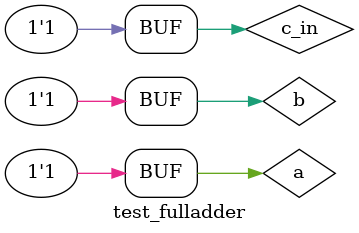
<source format=v>
`timescale 1ns / 1ps


module test_fulladder;

	// Inputs
	reg a;
	reg b;
	reg c_in;

	// Outputs
	wire sum;
	wire c_out;

	// Instantiate the Unit Under Test (UUT)
	fulladder uut (
		.a(a), 
		.b(b), 
		.c_in(c_in), 
		.sum(sum), 
		.c_out(c_out)
	);

	initial begin
		// Initialize Inputs
		a = 0;
		b = 0;
		c_in = 0;

		// Wait 100 ns for global reset to finish
		#100;
        
		// Add stimulus here

      #10 a=0;b=0;c_in=0;
		#10 a=0;b=0;c_in=1;
		#10 a=0;b=1;c_in=0;
		#10 a=0;b=1;c_in=1;
		#10 a=1;b=0;c_in=0;
		#10 a=1;b=0;c_in=1;
		#10 a=1;b=1;c_in=0;
		#10 a=1;b=1;c_in=1;

	end
      
endmodule


</source>
